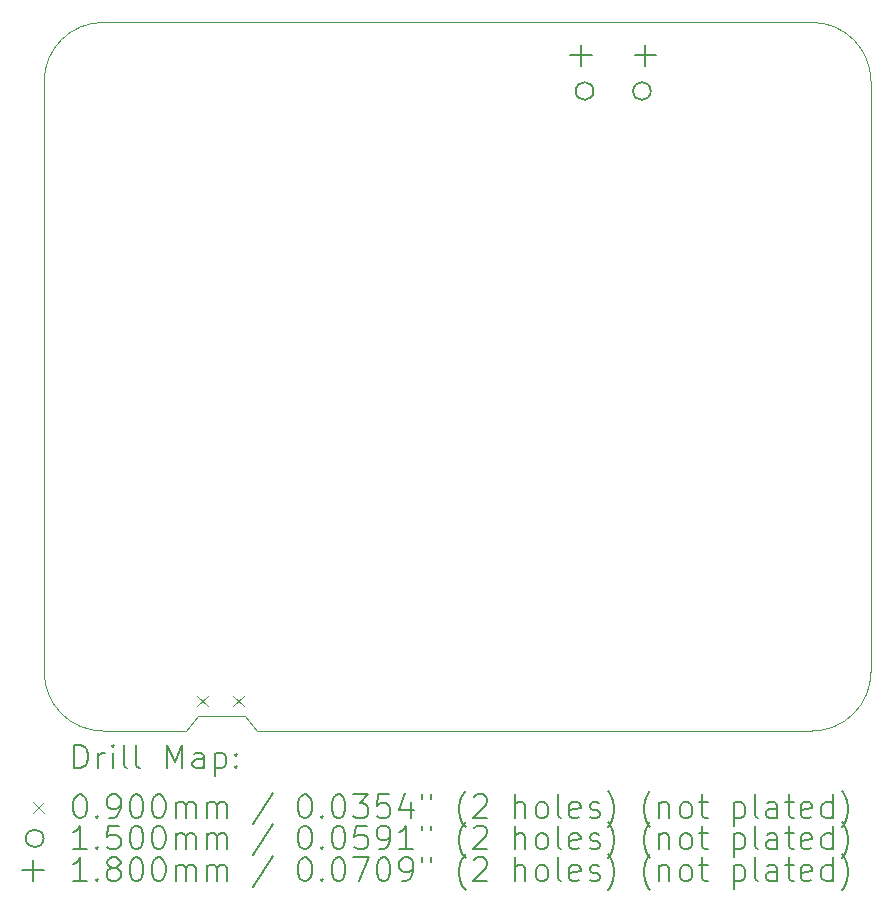
<source format=gbr>
%TF.GenerationSoftware,KiCad,Pcbnew,7.0.7*%
%TF.CreationDate,2023-10-08T00:04:54-07:00*%
%TF.ProjectId,LogicAnalyzer,4c6f6769-6341-46e6-916c-797a65722e6b,rev?*%
%TF.SameCoordinates,Original*%
%TF.FileFunction,Drillmap*%
%TF.FilePolarity,Positive*%
%FSLAX45Y45*%
G04 Gerber Fmt 4.5, Leading zero omitted, Abs format (unit mm)*
G04 Created by KiCad (PCBNEW 7.0.7) date 2023-10-08 00:04:54*
%MOMM*%
%LPD*%
G01*
G04 APERTURE LIST*
%ADD10C,0.100000*%
%ADD11C,0.200000*%
%ADD12C,0.090000*%
%ADD13C,0.150000*%
%ADD14C,0.180000*%
G04 APERTURE END LIST*
D10*
X7700000Y-12075000D02*
X7800000Y-12200000D01*
X7650000Y-12075000D02*
X7700000Y-12075000D01*
X7300000Y-12075000D02*
X7650000Y-12075000D01*
X7200000Y-12200000D02*
X7300000Y-12075000D01*
X6500000Y-12200000D02*
X7200000Y-12200000D01*
X6000000Y-11700000D02*
X6000000Y-6700000D01*
X12500000Y-12200000D02*
X7800000Y-12200000D01*
X13000000Y-6700000D02*
X13000000Y-11700000D01*
X6500000Y-6200000D02*
X12500000Y-6200000D01*
X6000000Y-11700000D02*
G75*
G03*
X6500000Y-12200000I500000J0D01*
G01*
X12500000Y-12200000D02*
G75*
G03*
X13000000Y-11700000I0J500000D01*
G01*
X13000000Y-6700000D02*
G75*
G03*
X12500000Y-6200000I-500000J0D01*
G01*
X6500000Y-6200000D02*
G75*
G03*
X6000000Y-6700000I0J-500000D01*
G01*
D11*
D12*
X7298000Y-11900600D02*
X7388000Y-11990600D01*
X7388000Y-11900600D02*
X7298000Y-11990600D01*
X7598000Y-11900600D02*
X7688000Y-11990600D01*
X7688000Y-11900600D02*
X7598000Y-11990600D01*
D13*
X10651000Y-6781500D02*
G75*
G03*
X10651000Y-6781500I-75000J0D01*
G01*
X11136000Y-6781500D02*
G75*
G03*
X11136000Y-6781500I-75000J0D01*
G01*
D14*
X10546000Y-6388500D02*
X10546000Y-6568500D01*
X10456000Y-6478500D02*
X10636000Y-6478500D01*
X11091000Y-6388500D02*
X11091000Y-6568500D01*
X11001000Y-6478500D02*
X11181000Y-6478500D01*
D11*
X6255777Y-12516484D02*
X6255777Y-12316484D01*
X6255777Y-12316484D02*
X6303396Y-12316484D01*
X6303396Y-12316484D02*
X6331967Y-12326008D01*
X6331967Y-12326008D02*
X6351015Y-12345055D01*
X6351015Y-12345055D02*
X6360539Y-12364103D01*
X6360539Y-12364103D02*
X6370062Y-12402198D01*
X6370062Y-12402198D02*
X6370062Y-12430769D01*
X6370062Y-12430769D02*
X6360539Y-12468865D01*
X6360539Y-12468865D02*
X6351015Y-12487912D01*
X6351015Y-12487912D02*
X6331967Y-12506960D01*
X6331967Y-12506960D02*
X6303396Y-12516484D01*
X6303396Y-12516484D02*
X6255777Y-12516484D01*
X6455777Y-12516484D02*
X6455777Y-12383150D01*
X6455777Y-12421246D02*
X6465301Y-12402198D01*
X6465301Y-12402198D02*
X6474824Y-12392674D01*
X6474824Y-12392674D02*
X6493872Y-12383150D01*
X6493872Y-12383150D02*
X6512920Y-12383150D01*
X6579586Y-12516484D02*
X6579586Y-12383150D01*
X6579586Y-12316484D02*
X6570062Y-12326008D01*
X6570062Y-12326008D02*
X6579586Y-12335531D01*
X6579586Y-12335531D02*
X6589110Y-12326008D01*
X6589110Y-12326008D02*
X6579586Y-12316484D01*
X6579586Y-12316484D02*
X6579586Y-12335531D01*
X6703396Y-12516484D02*
X6684348Y-12506960D01*
X6684348Y-12506960D02*
X6674824Y-12487912D01*
X6674824Y-12487912D02*
X6674824Y-12316484D01*
X6808158Y-12516484D02*
X6789110Y-12506960D01*
X6789110Y-12506960D02*
X6779586Y-12487912D01*
X6779586Y-12487912D02*
X6779586Y-12316484D01*
X7036729Y-12516484D02*
X7036729Y-12316484D01*
X7036729Y-12316484D02*
X7103396Y-12459341D01*
X7103396Y-12459341D02*
X7170062Y-12316484D01*
X7170062Y-12316484D02*
X7170062Y-12516484D01*
X7351015Y-12516484D02*
X7351015Y-12411722D01*
X7351015Y-12411722D02*
X7341491Y-12392674D01*
X7341491Y-12392674D02*
X7322443Y-12383150D01*
X7322443Y-12383150D02*
X7284348Y-12383150D01*
X7284348Y-12383150D02*
X7265301Y-12392674D01*
X7351015Y-12506960D02*
X7331967Y-12516484D01*
X7331967Y-12516484D02*
X7284348Y-12516484D01*
X7284348Y-12516484D02*
X7265301Y-12506960D01*
X7265301Y-12506960D02*
X7255777Y-12487912D01*
X7255777Y-12487912D02*
X7255777Y-12468865D01*
X7255777Y-12468865D02*
X7265301Y-12449817D01*
X7265301Y-12449817D02*
X7284348Y-12440293D01*
X7284348Y-12440293D02*
X7331967Y-12440293D01*
X7331967Y-12440293D02*
X7351015Y-12430769D01*
X7446253Y-12383150D02*
X7446253Y-12583150D01*
X7446253Y-12392674D02*
X7465301Y-12383150D01*
X7465301Y-12383150D02*
X7503396Y-12383150D01*
X7503396Y-12383150D02*
X7522443Y-12392674D01*
X7522443Y-12392674D02*
X7531967Y-12402198D01*
X7531967Y-12402198D02*
X7541491Y-12421246D01*
X7541491Y-12421246D02*
X7541491Y-12478388D01*
X7541491Y-12478388D02*
X7531967Y-12497436D01*
X7531967Y-12497436D02*
X7522443Y-12506960D01*
X7522443Y-12506960D02*
X7503396Y-12516484D01*
X7503396Y-12516484D02*
X7465301Y-12516484D01*
X7465301Y-12516484D02*
X7446253Y-12506960D01*
X7627205Y-12497436D02*
X7636729Y-12506960D01*
X7636729Y-12506960D02*
X7627205Y-12516484D01*
X7627205Y-12516484D02*
X7617682Y-12506960D01*
X7617682Y-12506960D02*
X7627205Y-12497436D01*
X7627205Y-12497436D02*
X7627205Y-12516484D01*
X7627205Y-12392674D02*
X7636729Y-12402198D01*
X7636729Y-12402198D02*
X7627205Y-12411722D01*
X7627205Y-12411722D02*
X7617682Y-12402198D01*
X7617682Y-12402198D02*
X7627205Y-12392674D01*
X7627205Y-12392674D02*
X7627205Y-12411722D01*
D12*
X5905000Y-12800000D02*
X5995000Y-12890000D01*
X5995000Y-12800000D02*
X5905000Y-12890000D01*
D11*
X6293872Y-12736484D02*
X6312920Y-12736484D01*
X6312920Y-12736484D02*
X6331967Y-12746008D01*
X6331967Y-12746008D02*
X6341491Y-12755531D01*
X6341491Y-12755531D02*
X6351015Y-12774579D01*
X6351015Y-12774579D02*
X6360539Y-12812674D01*
X6360539Y-12812674D02*
X6360539Y-12860293D01*
X6360539Y-12860293D02*
X6351015Y-12898388D01*
X6351015Y-12898388D02*
X6341491Y-12917436D01*
X6341491Y-12917436D02*
X6331967Y-12926960D01*
X6331967Y-12926960D02*
X6312920Y-12936484D01*
X6312920Y-12936484D02*
X6293872Y-12936484D01*
X6293872Y-12936484D02*
X6274824Y-12926960D01*
X6274824Y-12926960D02*
X6265301Y-12917436D01*
X6265301Y-12917436D02*
X6255777Y-12898388D01*
X6255777Y-12898388D02*
X6246253Y-12860293D01*
X6246253Y-12860293D02*
X6246253Y-12812674D01*
X6246253Y-12812674D02*
X6255777Y-12774579D01*
X6255777Y-12774579D02*
X6265301Y-12755531D01*
X6265301Y-12755531D02*
X6274824Y-12746008D01*
X6274824Y-12746008D02*
X6293872Y-12736484D01*
X6446253Y-12917436D02*
X6455777Y-12926960D01*
X6455777Y-12926960D02*
X6446253Y-12936484D01*
X6446253Y-12936484D02*
X6436729Y-12926960D01*
X6436729Y-12926960D02*
X6446253Y-12917436D01*
X6446253Y-12917436D02*
X6446253Y-12936484D01*
X6551015Y-12936484D02*
X6589110Y-12936484D01*
X6589110Y-12936484D02*
X6608158Y-12926960D01*
X6608158Y-12926960D02*
X6617682Y-12917436D01*
X6617682Y-12917436D02*
X6636729Y-12888865D01*
X6636729Y-12888865D02*
X6646253Y-12850769D01*
X6646253Y-12850769D02*
X6646253Y-12774579D01*
X6646253Y-12774579D02*
X6636729Y-12755531D01*
X6636729Y-12755531D02*
X6627205Y-12746008D01*
X6627205Y-12746008D02*
X6608158Y-12736484D01*
X6608158Y-12736484D02*
X6570062Y-12736484D01*
X6570062Y-12736484D02*
X6551015Y-12746008D01*
X6551015Y-12746008D02*
X6541491Y-12755531D01*
X6541491Y-12755531D02*
X6531967Y-12774579D01*
X6531967Y-12774579D02*
X6531967Y-12822198D01*
X6531967Y-12822198D02*
X6541491Y-12841246D01*
X6541491Y-12841246D02*
X6551015Y-12850769D01*
X6551015Y-12850769D02*
X6570062Y-12860293D01*
X6570062Y-12860293D02*
X6608158Y-12860293D01*
X6608158Y-12860293D02*
X6627205Y-12850769D01*
X6627205Y-12850769D02*
X6636729Y-12841246D01*
X6636729Y-12841246D02*
X6646253Y-12822198D01*
X6770062Y-12736484D02*
X6789110Y-12736484D01*
X6789110Y-12736484D02*
X6808158Y-12746008D01*
X6808158Y-12746008D02*
X6817682Y-12755531D01*
X6817682Y-12755531D02*
X6827205Y-12774579D01*
X6827205Y-12774579D02*
X6836729Y-12812674D01*
X6836729Y-12812674D02*
X6836729Y-12860293D01*
X6836729Y-12860293D02*
X6827205Y-12898388D01*
X6827205Y-12898388D02*
X6817682Y-12917436D01*
X6817682Y-12917436D02*
X6808158Y-12926960D01*
X6808158Y-12926960D02*
X6789110Y-12936484D01*
X6789110Y-12936484D02*
X6770062Y-12936484D01*
X6770062Y-12936484D02*
X6751015Y-12926960D01*
X6751015Y-12926960D02*
X6741491Y-12917436D01*
X6741491Y-12917436D02*
X6731967Y-12898388D01*
X6731967Y-12898388D02*
X6722443Y-12860293D01*
X6722443Y-12860293D02*
X6722443Y-12812674D01*
X6722443Y-12812674D02*
X6731967Y-12774579D01*
X6731967Y-12774579D02*
X6741491Y-12755531D01*
X6741491Y-12755531D02*
X6751015Y-12746008D01*
X6751015Y-12746008D02*
X6770062Y-12736484D01*
X6960539Y-12736484D02*
X6979586Y-12736484D01*
X6979586Y-12736484D02*
X6998634Y-12746008D01*
X6998634Y-12746008D02*
X7008158Y-12755531D01*
X7008158Y-12755531D02*
X7017682Y-12774579D01*
X7017682Y-12774579D02*
X7027205Y-12812674D01*
X7027205Y-12812674D02*
X7027205Y-12860293D01*
X7027205Y-12860293D02*
X7017682Y-12898388D01*
X7017682Y-12898388D02*
X7008158Y-12917436D01*
X7008158Y-12917436D02*
X6998634Y-12926960D01*
X6998634Y-12926960D02*
X6979586Y-12936484D01*
X6979586Y-12936484D02*
X6960539Y-12936484D01*
X6960539Y-12936484D02*
X6941491Y-12926960D01*
X6941491Y-12926960D02*
X6931967Y-12917436D01*
X6931967Y-12917436D02*
X6922443Y-12898388D01*
X6922443Y-12898388D02*
X6912920Y-12860293D01*
X6912920Y-12860293D02*
X6912920Y-12812674D01*
X6912920Y-12812674D02*
X6922443Y-12774579D01*
X6922443Y-12774579D02*
X6931967Y-12755531D01*
X6931967Y-12755531D02*
X6941491Y-12746008D01*
X6941491Y-12746008D02*
X6960539Y-12736484D01*
X7112920Y-12936484D02*
X7112920Y-12803150D01*
X7112920Y-12822198D02*
X7122443Y-12812674D01*
X7122443Y-12812674D02*
X7141491Y-12803150D01*
X7141491Y-12803150D02*
X7170063Y-12803150D01*
X7170063Y-12803150D02*
X7189110Y-12812674D01*
X7189110Y-12812674D02*
X7198634Y-12831722D01*
X7198634Y-12831722D02*
X7198634Y-12936484D01*
X7198634Y-12831722D02*
X7208158Y-12812674D01*
X7208158Y-12812674D02*
X7227205Y-12803150D01*
X7227205Y-12803150D02*
X7255777Y-12803150D01*
X7255777Y-12803150D02*
X7274824Y-12812674D01*
X7274824Y-12812674D02*
X7284348Y-12831722D01*
X7284348Y-12831722D02*
X7284348Y-12936484D01*
X7379586Y-12936484D02*
X7379586Y-12803150D01*
X7379586Y-12822198D02*
X7389110Y-12812674D01*
X7389110Y-12812674D02*
X7408158Y-12803150D01*
X7408158Y-12803150D02*
X7436729Y-12803150D01*
X7436729Y-12803150D02*
X7455777Y-12812674D01*
X7455777Y-12812674D02*
X7465301Y-12831722D01*
X7465301Y-12831722D02*
X7465301Y-12936484D01*
X7465301Y-12831722D02*
X7474824Y-12812674D01*
X7474824Y-12812674D02*
X7493872Y-12803150D01*
X7493872Y-12803150D02*
X7522443Y-12803150D01*
X7522443Y-12803150D02*
X7541491Y-12812674D01*
X7541491Y-12812674D02*
X7551015Y-12831722D01*
X7551015Y-12831722D02*
X7551015Y-12936484D01*
X7941491Y-12726960D02*
X7770063Y-12984103D01*
X8198634Y-12736484D02*
X8217682Y-12736484D01*
X8217682Y-12736484D02*
X8236729Y-12746008D01*
X8236729Y-12746008D02*
X8246253Y-12755531D01*
X8246253Y-12755531D02*
X8255777Y-12774579D01*
X8255777Y-12774579D02*
X8265301Y-12812674D01*
X8265301Y-12812674D02*
X8265301Y-12860293D01*
X8265301Y-12860293D02*
X8255777Y-12898388D01*
X8255777Y-12898388D02*
X8246253Y-12917436D01*
X8246253Y-12917436D02*
X8236729Y-12926960D01*
X8236729Y-12926960D02*
X8217682Y-12936484D01*
X8217682Y-12936484D02*
X8198634Y-12936484D01*
X8198634Y-12936484D02*
X8179586Y-12926960D01*
X8179586Y-12926960D02*
X8170063Y-12917436D01*
X8170063Y-12917436D02*
X8160539Y-12898388D01*
X8160539Y-12898388D02*
X8151015Y-12860293D01*
X8151015Y-12860293D02*
X8151015Y-12812674D01*
X8151015Y-12812674D02*
X8160539Y-12774579D01*
X8160539Y-12774579D02*
X8170063Y-12755531D01*
X8170063Y-12755531D02*
X8179586Y-12746008D01*
X8179586Y-12746008D02*
X8198634Y-12736484D01*
X8351015Y-12917436D02*
X8360539Y-12926960D01*
X8360539Y-12926960D02*
X8351015Y-12936484D01*
X8351015Y-12936484D02*
X8341491Y-12926960D01*
X8341491Y-12926960D02*
X8351015Y-12917436D01*
X8351015Y-12917436D02*
X8351015Y-12936484D01*
X8484348Y-12736484D02*
X8503396Y-12736484D01*
X8503396Y-12736484D02*
X8522444Y-12746008D01*
X8522444Y-12746008D02*
X8531968Y-12755531D01*
X8531968Y-12755531D02*
X8541491Y-12774579D01*
X8541491Y-12774579D02*
X8551015Y-12812674D01*
X8551015Y-12812674D02*
X8551015Y-12860293D01*
X8551015Y-12860293D02*
X8541491Y-12898388D01*
X8541491Y-12898388D02*
X8531968Y-12917436D01*
X8531968Y-12917436D02*
X8522444Y-12926960D01*
X8522444Y-12926960D02*
X8503396Y-12936484D01*
X8503396Y-12936484D02*
X8484348Y-12936484D01*
X8484348Y-12936484D02*
X8465301Y-12926960D01*
X8465301Y-12926960D02*
X8455777Y-12917436D01*
X8455777Y-12917436D02*
X8446253Y-12898388D01*
X8446253Y-12898388D02*
X8436729Y-12860293D01*
X8436729Y-12860293D02*
X8436729Y-12812674D01*
X8436729Y-12812674D02*
X8446253Y-12774579D01*
X8446253Y-12774579D02*
X8455777Y-12755531D01*
X8455777Y-12755531D02*
X8465301Y-12746008D01*
X8465301Y-12746008D02*
X8484348Y-12736484D01*
X8617682Y-12736484D02*
X8741491Y-12736484D01*
X8741491Y-12736484D02*
X8674825Y-12812674D01*
X8674825Y-12812674D02*
X8703396Y-12812674D01*
X8703396Y-12812674D02*
X8722444Y-12822198D01*
X8722444Y-12822198D02*
X8731968Y-12831722D01*
X8731968Y-12831722D02*
X8741491Y-12850769D01*
X8741491Y-12850769D02*
X8741491Y-12898388D01*
X8741491Y-12898388D02*
X8731968Y-12917436D01*
X8731968Y-12917436D02*
X8722444Y-12926960D01*
X8722444Y-12926960D02*
X8703396Y-12936484D01*
X8703396Y-12936484D02*
X8646253Y-12936484D01*
X8646253Y-12936484D02*
X8627206Y-12926960D01*
X8627206Y-12926960D02*
X8617682Y-12917436D01*
X8922444Y-12736484D02*
X8827206Y-12736484D01*
X8827206Y-12736484D02*
X8817682Y-12831722D01*
X8817682Y-12831722D02*
X8827206Y-12822198D01*
X8827206Y-12822198D02*
X8846253Y-12812674D01*
X8846253Y-12812674D02*
X8893872Y-12812674D01*
X8893872Y-12812674D02*
X8912920Y-12822198D01*
X8912920Y-12822198D02*
X8922444Y-12831722D01*
X8922444Y-12831722D02*
X8931968Y-12850769D01*
X8931968Y-12850769D02*
X8931968Y-12898388D01*
X8931968Y-12898388D02*
X8922444Y-12917436D01*
X8922444Y-12917436D02*
X8912920Y-12926960D01*
X8912920Y-12926960D02*
X8893872Y-12936484D01*
X8893872Y-12936484D02*
X8846253Y-12936484D01*
X8846253Y-12936484D02*
X8827206Y-12926960D01*
X8827206Y-12926960D02*
X8817682Y-12917436D01*
X9103396Y-12803150D02*
X9103396Y-12936484D01*
X9055777Y-12726960D02*
X9008158Y-12869817D01*
X9008158Y-12869817D02*
X9131968Y-12869817D01*
X9198634Y-12736484D02*
X9198634Y-12774579D01*
X9274825Y-12736484D02*
X9274825Y-12774579D01*
X9570063Y-13012674D02*
X9560539Y-13003150D01*
X9560539Y-13003150D02*
X9541491Y-12974579D01*
X9541491Y-12974579D02*
X9531968Y-12955531D01*
X9531968Y-12955531D02*
X9522444Y-12926960D01*
X9522444Y-12926960D02*
X9512920Y-12879341D01*
X9512920Y-12879341D02*
X9512920Y-12841246D01*
X9512920Y-12841246D02*
X9522444Y-12793627D01*
X9522444Y-12793627D02*
X9531968Y-12765055D01*
X9531968Y-12765055D02*
X9541491Y-12746008D01*
X9541491Y-12746008D02*
X9560539Y-12717436D01*
X9560539Y-12717436D02*
X9570063Y-12707912D01*
X9636730Y-12755531D02*
X9646253Y-12746008D01*
X9646253Y-12746008D02*
X9665301Y-12736484D01*
X9665301Y-12736484D02*
X9712920Y-12736484D01*
X9712920Y-12736484D02*
X9731968Y-12746008D01*
X9731968Y-12746008D02*
X9741491Y-12755531D01*
X9741491Y-12755531D02*
X9751015Y-12774579D01*
X9751015Y-12774579D02*
X9751015Y-12793627D01*
X9751015Y-12793627D02*
X9741491Y-12822198D01*
X9741491Y-12822198D02*
X9627206Y-12936484D01*
X9627206Y-12936484D02*
X9751015Y-12936484D01*
X9989111Y-12936484D02*
X9989111Y-12736484D01*
X10074825Y-12936484D02*
X10074825Y-12831722D01*
X10074825Y-12831722D02*
X10065301Y-12812674D01*
X10065301Y-12812674D02*
X10046253Y-12803150D01*
X10046253Y-12803150D02*
X10017682Y-12803150D01*
X10017682Y-12803150D02*
X9998634Y-12812674D01*
X9998634Y-12812674D02*
X9989111Y-12822198D01*
X10198634Y-12936484D02*
X10179587Y-12926960D01*
X10179587Y-12926960D02*
X10170063Y-12917436D01*
X10170063Y-12917436D02*
X10160539Y-12898388D01*
X10160539Y-12898388D02*
X10160539Y-12841246D01*
X10160539Y-12841246D02*
X10170063Y-12822198D01*
X10170063Y-12822198D02*
X10179587Y-12812674D01*
X10179587Y-12812674D02*
X10198634Y-12803150D01*
X10198634Y-12803150D02*
X10227206Y-12803150D01*
X10227206Y-12803150D02*
X10246253Y-12812674D01*
X10246253Y-12812674D02*
X10255777Y-12822198D01*
X10255777Y-12822198D02*
X10265301Y-12841246D01*
X10265301Y-12841246D02*
X10265301Y-12898388D01*
X10265301Y-12898388D02*
X10255777Y-12917436D01*
X10255777Y-12917436D02*
X10246253Y-12926960D01*
X10246253Y-12926960D02*
X10227206Y-12936484D01*
X10227206Y-12936484D02*
X10198634Y-12936484D01*
X10379587Y-12936484D02*
X10360539Y-12926960D01*
X10360539Y-12926960D02*
X10351015Y-12907912D01*
X10351015Y-12907912D02*
X10351015Y-12736484D01*
X10531968Y-12926960D02*
X10512920Y-12936484D01*
X10512920Y-12936484D02*
X10474825Y-12936484D01*
X10474825Y-12936484D02*
X10455777Y-12926960D01*
X10455777Y-12926960D02*
X10446253Y-12907912D01*
X10446253Y-12907912D02*
X10446253Y-12831722D01*
X10446253Y-12831722D02*
X10455777Y-12812674D01*
X10455777Y-12812674D02*
X10474825Y-12803150D01*
X10474825Y-12803150D02*
X10512920Y-12803150D01*
X10512920Y-12803150D02*
X10531968Y-12812674D01*
X10531968Y-12812674D02*
X10541492Y-12831722D01*
X10541492Y-12831722D02*
X10541492Y-12850769D01*
X10541492Y-12850769D02*
X10446253Y-12869817D01*
X10617682Y-12926960D02*
X10636730Y-12936484D01*
X10636730Y-12936484D02*
X10674825Y-12936484D01*
X10674825Y-12936484D02*
X10693873Y-12926960D01*
X10693873Y-12926960D02*
X10703396Y-12907912D01*
X10703396Y-12907912D02*
X10703396Y-12898388D01*
X10703396Y-12898388D02*
X10693873Y-12879341D01*
X10693873Y-12879341D02*
X10674825Y-12869817D01*
X10674825Y-12869817D02*
X10646253Y-12869817D01*
X10646253Y-12869817D02*
X10627206Y-12860293D01*
X10627206Y-12860293D02*
X10617682Y-12841246D01*
X10617682Y-12841246D02*
X10617682Y-12831722D01*
X10617682Y-12831722D02*
X10627206Y-12812674D01*
X10627206Y-12812674D02*
X10646253Y-12803150D01*
X10646253Y-12803150D02*
X10674825Y-12803150D01*
X10674825Y-12803150D02*
X10693873Y-12812674D01*
X10770063Y-13012674D02*
X10779587Y-13003150D01*
X10779587Y-13003150D02*
X10798634Y-12974579D01*
X10798634Y-12974579D02*
X10808158Y-12955531D01*
X10808158Y-12955531D02*
X10817682Y-12926960D01*
X10817682Y-12926960D02*
X10827206Y-12879341D01*
X10827206Y-12879341D02*
X10827206Y-12841246D01*
X10827206Y-12841246D02*
X10817682Y-12793627D01*
X10817682Y-12793627D02*
X10808158Y-12765055D01*
X10808158Y-12765055D02*
X10798634Y-12746008D01*
X10798634Y-12746008D02*
X10779587Y-12717436D01*
X10779587Y-12717436D02*
X10770063Y-12707912D01*
X11131968Y-13012674D02*
X11122444Y-13003150D01*
X11122444Y-13003150D02*
X11103396Y-12974579D01*
X11103396Y-12974579D02*
X11093873Y-12955531D01*
X11093873Y-12955531D02*
X11084349Y-12926960D01*
X11084349Y-12926960D02*
X11074825Y-12879341D01*
X11074825Y-12879341D02*
X11074825Y-12841246D01*
X11074825Y-12841246D02*
X11084349Y-12793627D01*
X11084349Y-12793627D02*
X11093873Y-12765055D01*
X11093873Y-12765055D02*
X11103396Y-12746008D01*
X11103396Y-12746008D02*
X11122444Y-12717436D01*
X11122444Y-12717436D02*
X11131968Y-12707912D01*
X11208158Y-12803150D02*
X11208158Y-12936484D01*
X11208158Y-12822198D02*
X11217682Y-12812674D01*
X11217682Y-12812674D02*
X11236730Y-12803150D01*
X11236730Y-12803150D02*
X11265301Y-12803150D01*
X11265301Y-12803150D02*
X11284349Y-12812674D01*
X11284349Y-12812674D02*
X11293872Y-12831722D01*
X11293872Y-12831722D02*
X11293872Y-12936484D01*
X11417682Y-12936484D02*
X11398634Y-12926960D01*
X11398634Y-12926960D02*
X11389111Y-12917436D01*
X11389111Y-12917436D02*
X11379587Y-12898388D01*
X11379587Y-12898388D02*
X11379587Y-12841246D01*
X11379587Y-12841246D02*
X11389111Y-12822198D01*
X11389111Y-12822198D02*
X11398634Y-12812674D01*
X11398634Y-12812674D02*
X11417682Y-12803150D01*
X11417682Y-12803150D02*
X11446253Y-12803150D01*
X11446253Y-12803150D02*
X11465301Y-12812674D01*
X11465301Y-12812674D02*
X11474825Y-12822198D01*
X11474825Y-12822198D02*
X11484349Y-12841246D01*
X11484349Y-12841246D02*
X11484349Y-12898388D01*
X11484349Y-12898388D02*
X11474825Y-12917436D01*
X11474825Y-12917436D02*
X11465301Y-12926960D01*
X11465301Y-12926960D02*
X11446253Y-12936484D01*
X11446253Y-12936484D02*
X11417682Y-12936484D01*
X11541492Y-12803150D02*
X11617682Y-12803150D01*
X11570063Y-12736484D02*
X11570063Y-12907912D01*
X11570063Y-12907912D02*
X11579587Y-12926960D01*
X11579587Y-12926960D02*
X11598634Y-12936484D01*
X11598634Y-12936484D02*
X11617682Y-12936484D01*
X11836730Y-12803150D02*
X11836730Y-13003150D01*
X11836730Y-12812674D02*
X11855777Y-12803150D01*
X11855777Y-12803150D02*
X11893873Y-12803150D01*
X11893873Y-12803150D02*
X11912920Y-12812674D01*
X11912920Y-12812674D02*
X11922444Y-12822198D01*
X11922444Y-12822198D02*
X11931968Y-12841246D01*
X11931968Y-12841246D02*
X11931968Y-12898388D01*
X11931968Y-12898388D02*
X11922444Y-12917436D01*
X11922444Y-12917436D02*
X11912920Y-12926960D01*
X11912920Y-12926960D02*
X11893873Y-12936484D01*
X11893873Y-12936484D02*
X11855777Y-12936484D01*
X11855777Y-12936484D02*
X11836730Y-12926960D01*
X12046253Y-12936484D02*
X12027206Y-12926960D01*
X12027206Y-12926960D02*
X12017682Y-12907912D01*
X12017682Y-12907912D02*
X12017682Y-12736484D01*
X12208158Y-12936484D02*
X12208158Y-12831722D01*
X12208158Y-12831722D02*
X12198634Y-12812674D01*
X12198634Y-12812674D02*
X12179587Y-12803150D01*
X12179587Y-12803150D02*
X12141492Y-12803150D01*
X12141492Y-12803150D02*
X12122444Y-12812674D01*
X12208158Y-12926960D02*
X12189111Y-12936484D01*
X12189111Y-12936484D02*
X12141492Y-12936484D01*
X12141492Y-12936484D02*
X12122444Y-12926960D01*
X12122444Y-12926960D02*
X12112920Y-12907912D01*
X12112920Y-12907912D02*
X12112920Y-12888865D01*
X12112920Y-12888865D02*
X12122444Y-12869817D01*
X12122444Y-12869817D02*
X12141492Y-12860293D01*
X12141492Y-12860293D02*
X12189111Y-12860293D01*
X12189111Y-12860293D02*
X12208158Y-12850769D01*
X12274825Y-12803150D02*
X12351015Y-12803150D01*
X12303396Y-12736484D02*
X12303396Y-12907912D01*
X12303396Y-12907912D02*
X12312920Y-12926960D01*
X12312920Y-12926960D02*
X12331968Y-12936484D01*
X12331968Y-12936484D02*
X12351015Y-12936484D01*
X12493873Y-12926960D02*
X12474825Y-12936484D01*
X12474825Y-12936484D02*
X12436730Y-12936484D01*
X12436730Y-12936484D02*
X12417682Y-12926960D01*
X12417682Y-12926960D02*
X12408158Y-12907912D01*
X12408158Y-12907912D02*
X12408158Y-12831722D01*
X12408158Y-12831722D02*
X12417682Y-12812674D01*
X12417682Y-12812674D02*
X12436730Y-12803150D01*
X12436730Y-12803150D02*
X12474825Y-12803150D01*
X12474825Y-12803150D02*
X12493873Y-12812674D01*
X12493873Y-12812674D02*
X12503396Y-12831722D01*
X12503396Y-12831722D02*
X12503396Y-12850769D01*
X12503396Y-12850769D02*
X12408158Y-12869817D01*
X12674825Y-12936484D02*
X12674825Y-12736484D01*
X12674825Y-12926960D02*
X12655777Y-12936484D01*
X12655777Y-12936484D02*
X12617682Y-12936484D01*
X12617682Y-12936484D02*
X12598634Y-12926960D01*
X12598634Y-12926960D02*
X12589111Y-12917436D01*
X12589111Y-12917436D02*
X12579587Y-12898388D01*
X12579587Y-12898388D02*
X12579587Y-12841246D01*
X12579587Y-12841246D02*
X12589111Y-12822198D01*
X12589111Y-12822198D02*
X12598634Y-12812674D01*
X12598634Y-12812674D02*
X12617682Y-12803150D01*
X12617682Y-12803150D02*
X12655777Y-12803150D01*
X12655777Y-12803150D02*
X12674825Y-12812674D01*
X12751015Y-13012674D02*
X12760539Y-13003150D01*
X12760539Y-13003150D02*
X12779587Y-12974579D01*
X12779587Y-12974579D02*
X12789111Y-12955531D01*
X12789111Y-12955531D02*
X12798634Y-12926960D01*
X12798634Y-12926960D02*
X12808158Y-12879341D01*
X12808158Y-12879341D02*
X12808158Y-12841246D01*
X12808158Y-12841246D02*
X12798634Y-12793627D01*
X12798634Y-12793627D02*
X12789111Y-12765055D01*
X12789111Y-12765055D02*
X12779587Y-12746008D01*
X12779587Y-12746008D02*
X12760539Y-12717436D01*
X12760539Y-12717436D02*
X12751015Y-12707912D01*
D13*
X5995000Y-13109000D02*
G75*
G03*
X5995000Y-13109000I-75000J0D01*
G01*
D11*
X6360539Y-13200484D02*
X6246253Y-13200484D01*
X6303396Y-13200484D02*
X6303396Y-13000484D01*
X6303396Y-13000484D02*
X6284348Y-13029055D01*
X6284348Y-13029055D02*
X6265301Y-13048103D01*
X6265301Y-13048103D02*
X6246253Y-13057627D01*
X6446253Y-13181436D02*
X6455777Y-13190960D01*
X6455777Y-13190960D02*
X6446253Y-13200484D01*
X6446253Y-13200484D02*
X6436729Y-13190960D01*
X6436729Y-13190960D02*
X6446253Y-13181436D01*
X6446253Y-13181436D02*
X6446253Y-13200484D01*
X6636729Y-13000484D02*
X6541491Y-13000484D01*
X6541491Y-13000484D02*
X6531967Y-13095722D01*
X6531967Y-13095722D02*
X6541491Y-13086198D01*
X6541491Y-13086198D02*
X6560539Y-13076674D01*
X6560539Y-13076674D02*
X6608158Y-13076674D01*
X6608158Y-13076674D02*
X6627205Y-13086198D01*
X6627205Y-13086198D02*
X6636729Y-13095722D01*
X6636729Y-13095722D02*
X6646253Y-13114769D01*
X6646253Y-13114769D02*
X6646253Y-13162388D01*
X6646253Y-13162388D02*
X6636729Y-13181436D01*
X6636729Y-13181436D02*
X6627205Y-13190960D01*
X6627205Y-13190960D02*
X6608158Y-13200484D01*
X6608158Y-13200484D02*
X6560539Y-13200484D01*
X6560539Y-13200484D02*
X6541491Y-13190960D01*
X6541491Y-13190960D02*
X6531967Y-13181436D01*
X6770062Y-13000484D02*
X6789110Y-13000484D01*
X6789110Y-13000484D02*
X6808158Y-13010008D01*
X6808158Y-13010008D02*
X6817682Y-13019531D01*
X6817682Y-13019531D02*
X6827205Y-13038579D01*
X6827205Y-13038579D02*
X6836729Y-13076674D01*
X6836729Y-13076674D02*
X6836729Y-13124293D01*
X6836729Y-13124293D02*
X6827205Y-13162388D01*
X6827205Y-13162388D02*
X6817682Y-13181436D01*
X6817682Y-13181436D02*
X6808158Y-13190960D01*
X6808158Y-13190960D02*
X6789110Y-13200484D01*
X6789110Y-13200484D02*
X6770062Y-13200484D01*
X6770062Y-13200484D02*
X6751015Y-13190960D01*
X6751015Y-13190960D02*
X6741491Y-13181436D01*
X6741491Y-13181436D02*
X6731967Y-13162388D01*
X6731967Y-13162388D02*
X6722443Y-13124293D01*
X6722443Y-13124293D02*
X6722443Y-13076674D01*
X6722443Y-13076674D02*
X6731967Y-13038579D01*
X6731967Y-13038579D02*
X6741491Y-13019531D01*
X6741491Y-13019531D02*
X6751015Y-13010008D01*
X6751015Y-13010008D02*
X6770062Y-13000484D01*
X6960539Y-13000484D02*
X6979586Y-13000484D01*
X6979586Y-13000484D02*
X6998634Y-13010008D01*
X6998634Y-13010008D02*
X7008158Y-13019531D01*
X7008158Y-13019531D02*
X7017682Y-13038579D01*
X7017682Y-13038579D02*
X7027205Y-13076674D01*
X7027205Y-13076674D02*
X7027205Y-13124293D01*
X7027205Y-13124293D02*
X7017682Y-13162388D01*
X7017682Y-13162388D02*
X7008158Y-13181436D01*
X7008158Y-13181436D02*
X6998634Y-13190960D01*
X6998634Y-13190960D02*
X6979586Y-13200484D01*
X6979586Y-13200484D02*
X6960539Y-13200484D01*
X6960539Y-13200484D02*
X6941491Y-13190960D01*
X6941491Y-13190960D02*
X6931967Y-13181436D01*
X6931967Y-13181436D02*
X6922443Y-13162388D01*
X6922443Y-13162388D02*
X6912920Y-13124293D01*
X6912920Y-13124293D02*
X6912920Y-13076674D01*
X6912920Y-13076674D02*
X6922443Y-13038579D01*
X6922443Y-13038579D02*
X6931967Y-13019531D01*
X6931967Y-13019531D02*
X6941491Y-13010008D01*
X6941491Y-13010008D02*
X6960539Y-13000484D01*
X7112920Y-13200484D02*
X7112920Y-13067150D01*
X7112920Y-13086198D02*
X7122443Y-13076674D01*
X7122443Y-13076674D02*
X7141491Y-13067150D01*
X7141491Y-13067150D02*
X7170063Y-13067150D01*
X7170063Y-13067150D02*
X7189110Y-13076674D01*
X7189110Y-13076674D02*
X7198634Y-13095722D01*
X7198634Y-13095722D02*
X7198634Y-13200484D01*
X7198634Y-13095722D02*
X7208158Y-13076674D01*
X7208158Y-13076674D02*
X7227205Y-13067150D01*
X7227205Y-13067150D02*
X7255777Y-13067150D01*
X7255777Y-13067150D02*
X7274824Y-13076674D01*
X7274824Y-13076674D02*
X7284348Y-13095722D01*
X7284348Y-13095722D02*
X7284348Y-13200484D01*
X7379586Y-13200484D02*
X7379586Y-13067150D01*
X7379586Y-13086198D02*
X7389110Y-13076674D01*
X7389110Y-13076674D02*
X7408158Y-13067150D01*
X7408158Y-13067150D02*
X7436729Y-13067150D01*
X7436729Y-13067150D02*
X7455777Y-13076674D01*
X7455777Y-13076674D02*
X7465301Y-13095722D01*
X7465301Y-13095722D02*
X7465301Y-13200484D01*
X7465301Y-13095722D02*
X7474824Y-13076674D01*
X7474824Y-13076674D02*
X7493872Y-13067150D01*
X7493872Y-13067150D02*
X7522443Y-13067150D01*
X7522443Y-13067150D02*
X7541491Y-13076674D01*
X7541491Y-13076674D02*
X7551015Y-13095722D01*
X7551015Y-13095722D02*
X7551015Y-13200484D01*
X7941491Y-12990960D02*
X7770063Y-13248103D01*
X8198634Y-13000484D02*
X8217682Y-13000484D01*
X8217682Y-13000484D02*
X8236729Y-13010008D01*
X8236729Y-13010008D02*
X8246253Y-13019531D01*
X8246253Y-13019531D02*
X8255777Y-13038579D01*
X8255777Y-13038579D02*
X8265301Y-13076674D01*
X8265301Y-13076674D02*
X8265301Y-13124293D01*
X8265301Y-13124293D02*
X8255777Y-13162388D01*
X8255777Y-13162388D02*
X8246253Y-13181436D01*
X8246253Y-13181436D02*
X8236729Y-13190960D01*
X8236729Y-13190960D02*
X8217682Y-13200484D01*
X8217682Y-13200484D02*
X8198634Y-13200484D01*
X8198634Y-13200484D02*
X8179586Y-13190960D01*
X8179586Y-13190960D02*
X8170063Y-13181436D01*
X8170063Y-13181436D02*
X8160539Y-13162388D01*
X8160539Y-13162388D02*
X8151015Y-13124293D01*
X8151015Y-13124293D02*
X8151015Y-13076674D01*
X8151015Y-13076674D02*
X8160539Y-13038579D01*
X8160539Y-13038579D02*
X8170063Y-13019531D01*
X8170063Y-13019531D02*
X8179586Y-13010008D01*
X8179586Y-13010008D02*
X8198634Y-13000484D01*
X8351015Y-13181436D02*
X8360539Y-13190960D01*
X8360539Y-13190960D02*
X8351015Y-13200484D01*
X8351015Y-13200484D02*
X8341491Y-13190960D01*
X8341491Y-13190960D02*
X8351015Y-13181436D01*
X8351015Y-13181436D02*
X8351015Y-13200484D01*
X8484348Y-13000484D02*
X8503396Y-13000484D01*
X8503396Y-13000484D02*
X8522444Y-13010008D01*
X8522444Y-13010008D02*
X8531968Y-13019531D01*
X8531968Y-13019531D02*
X8541491Y-13038579D01*
X8541491Y-13038579D02*
X8551015Y-13076674D01*
X8551015Y-13076674D02*
X8551015Y-13124293D01*
X8551015Y-13124293D02*
X8541491Y-13162388D01*
X8541491Y-13162388D02*
X8531968Y-13181436D01*
X8531968Y-13181436D02*
X8522444Y-13190960D01*
X8522444Y-13190960D02*
X8503396Y-13200484D01*
X8503396Y-13200484D02*
X8484348Y-13200484D01*
X8484348Y-13200484D02*
X8465301Y-13190960D01*
X8465301Y-13190960D02*
X8455777Y-13181436D01*
X8455777Y-13181436D02*
X8446253Y-13162388D01*
X8446253Y-13162388D02*
X8436729Y-13124293D01*
X8436729Y-13124293D02*
X8436729Y-13076674D01*
X8436729Y-13076674D02*
X8446253Y-13038579D01*
X8446253Y-13038579D02*
X8455777Y-13019531D01*
X8455777Y-13019531D02*
X8465301Y-13010008D01*
X8465301Y-13010008D02*
X8484348Y-13000484D01*
X8731968Y-13000484D02*
X8636729Y-13000484D01*
X8636729Y-13000484D02*
X8627206Y-13095722D01*
X8627206Y-13095722D02*
X8636729Y-13086198D01*
X8636729Y-13086198D02*
X8655777Y-13076674D01*
X8655777Y-13076674D02*
X8703396Y-13076674D01*
X8703396Y-13076674D02*
X8722444Y-13086198D01*
X8722444Y-13086198D02*
X8731968Y-13095722D01*
X8731968Y-13095722D02*
X8741491Y-13114769D01*
X8741491Y-13114769D02*
X8741491Y-13162388D01*
X8741491Y-13162388D02*
X8731968Y-13181436D01*
X8731968Y-13181436D02*
X8722444Y-13190960D01*
X8722444Y-13190960D02*
X8703396Y-13200484D01*
X8703396Y-13200484D02*
X8655777Y-13200484D01*
X8655777Y-13200484D02*
X8636729Y-13190960D01*
X8636729Y-13190960D02*
X8627206Y-13181436D01*
X8836729Y-13200484D02*
X8874825Y-13200484D01*
X8874825Y-13200484D02*
X8893872Y-13190960D01*
X8893872Y-13190960D02*
X8903396Y-13181436D01*
X8903396Y-13181436D02*
X8922444Y-13152865D01*
X8922444Y-13152865D02*
X8931968Y-13114769D01*
X8931968Y-13114769D02*
X8931968Y-13038579D01*
X8931968Y-13038579D02*
X8922444Y-13019531D01*
X8922444Y-13019531D02*
X8912920Y-13010008D01*
X8912920Y-13010008D02*
X8893872Y-13000484D01*
X8893872Y-13000484D02*
X8855777Y-13000484D01*
X8855777Y-13000484D02*
X8836729Y-13010008D01*
X8836729Y-13010008D02*
X8827206Y-13019531D01*
X8827206Y-13019531D02*
X8817682Y-13038579D01*
X8817682Y-13038579D02*
X8817682Y-13086198D01*
X8817682Y-13086198D02*
X8827206Y-13105246D01*
X8827206Y-13105246D02*
X8836729Y-13114769D01*
X8836729Y-13114769D02*
X8855777Y-13124293D01*
X8855777Y-13124293D02*
X8893872Y-13124293D01*
X8893872Y-13124293D02*
X8912920Y-13114769D01*
X8912920Y-13114769D02*
X8922444Y-13105246D01*
X8922444Y-13105246D02*
X8931968Y-13086198D01*
X9122444Y-13200484D02*
X9008158Y-13200484D01*
X9065301Y-13200484D02*
X9065301Y-13000484D01*
X9065301Y-13000484D02*
X9046253Y-13029055D01*
X9046253Y-13029055D02*
X9027206Y-13048103D01*
X9027206Y-13048103D02*
X9008158Y-13057627D01*
X9198634Y-13000484D02*
X9198634Y-13038579D01*
X9274825Y-13000484D02*
X9274825Y-13038579D01*
X9570063Y-13276674D02*
X9560539Y-13267150D01*
X9560539Y-13267150D02*
X9541491Y-13238579D01*
X9541491Y-13238579D02*
X9531968Y-13219531D01*
X9531968Y-13219531D02*
X9522444Y-13190960D01*
X9522444Y-13190960D02*
X9512920Y-13143341D01*
X9512920Y-13143341D02*
X9512920Y-13105246D01*
X9512920Y-13105246D02*
X9522444Y-13057627D01*
X9522444Y-13057627D02*
X9531968Y-13029055D01*
X9531968Y-13029055D02*
X9541491Y-13010008D01*
X9541491Y-13010008D02*
X9560539Y-12981436D01*
X9560539Y-12981436D02*
X9570063Y-12971912D01*
X9636730Y-13019531D02*
X9646253Y-13010008D01*
X9646253Y-13010008D02*
X9665301Y-13000484D01*
X9665301Y-13000484D02*
X9712920Y-13000484D01*
X9712920Y-13000484D02*
X9731968Y-13010008D01*
X9731968Y-13010008D02*
X9741491Y-13019531D01*
X9741491Y-13019531D02*
X9751015Y-13038579D01*
X9751015Y-13038579D02*
X9751015Y-13057627D01*
X9751015Y-13057627D02*
X9741491Y-13086198D01*
X9741491Y-13086198D02*
X9627206Y-13200484D01*
X9627206Y-13200484D02*
X9751015Y-13200484D01*
X9989111Y-13200484D02*
X9989111Y-13000484D01*
X10074825Y-13200484D02*
X10074825Y-13095722D01*
X10074825Y-13095722D02*
X10065301Y-13076674D01*
X10065301Y-13076674D02*
X10046253Y-13067150D01*
X10046253Y-13067150D02*
X10017682Y-13067150D01*
X10017682Y-13067150D02*
X9998634Y-13076674D01*
X9998634Y-13076674D02*
X9989111Y-13086198D01*
X10198634Y-13200484D02*
X10179587Y-13190960D01*
X10179587Y-13190960D02*
X10170063Y-13181436D01*
X10170063Y-13181436D02*
X10160539Y-13162388D01*
X10160539Y-13162388D02*
X10160539Y-13105246D01*
X10160539Y-13105246D02*
X10170063Y-13086198D01*
X10170063Y-13086198D02*
X10179587Y-13076674D01*
X10179587Y-13076674D02*
X10198634Y-13067150D01*
X10198634Y-13067150D02*
X10227206Y-13067150D01*
X10227206Y-13067150D02*
X10246253Y-13076674D01*
X10246253Y-13076674D02*
X10255777Y-13086198D01*
X10255777Y-13086198D02*
X10265301Y-13105246D01*
X10265301Y-13105246D02*
X10265301Y-13162388D01*
X10265301Y-13162388D02*
X10255777Y-13181436D01*
X10255777Y-13181436D02*
X10246253Y-13190960D01*
X10246253Y-13190960D02*
X10227206Y-13200484D01*
X10227206Y-13200484D02*
X10198634Y-13200484D01*
X10379587Y-13200484D02*
X10360539Y-13190960D01*
X10360539Y-13190960D02*
X10351015Y-13171912D01*
X10351015Y-13171912D02*
X10351015Y-13000484D01*
X10531968Y-13190960D02*
X10512920Y-13200484D01*
X10512920Y-13200484D02*
X10474825Y-13200484D01*
X10474825Y-13200484D02*
X10455777Y-13190960D01*
X10455777Y-13190960D02*
X10446253Y-13171912D01*
X10446253Y-13171912D02*
X10446253Y-13095722D01*
X10446253Y-13095722D02*
X10455777Y-13076674D01*
X10455777Y-13076674D02*
X10474825Y-13067150D01*
X10474825Y-13067150D02*
X10512920Y-13067150D01*
X10512920Y-13067150D02*
X10531968Y-13076674D01*
X10531968Y-13076674D02*
X10541492Y-13095722D01*
X10541492Y-13095722D02*
X10541492Y-13114769D01*
X10541492Y-13114769D02*
X10446253Y-13133817D01*
X10617682Y-13190960D02*
X10636730Y-13200484D01*
X10636730Y-13200484D02*
X10674825Y-13200484D01*
X10674825Y-13200484D02*
X10693873Y-13190960D01*
X10693873Y-13190960D02*
X10703396Y-13171912D01*
X10703396Y-13171912D02*
X10703396Y-13162388D01*
X10703396Y-13162388D02*
X10693873Y-13143341D01*
X10693873Y-13143341D02*
X10674825Y-13133817D01*
X10674825Y-13133817D02*
X10646253Y-13133817D01*
X10646253Y-13133817D02*
X10627206Y-13124293D01*
X10627206Y-13124293D02*
X10617682Y-13105246D01*
X10617682Y-13105246D02*
X10617682Y-13095722D01*
X10617682Y-13095722D02*
X10627206Y-13076674D01*
X10627206Y-13076674D02*
X10646253Y-13067150D01*
X10646253Y-13067150D02*
X10674825Y-13067150D01*
X10674825Y-13067150D02*
X10693873Y-13076674D01*
X10770063Y-13276674D02*
X10779587Y-13267150D01*
X10779587Y-13267150D02*
X10798634Y-13238579D01*
X10798634Y-13238579D02*
X10808158Y-13219531D01*
X10808158Y-13219531D02*
X10817682Y-13190960D01*
X10817682Y-13190960D02*
X10827206Y-13143341D01*
X10827206Y-13143341D02*
X10827206Y-13105246D01*
X10827206Y-13105246D02*
X10817682Y-13057627D01*
X10817682Y-13057627D02*
X10808158Y-13029055D01*
X10808158Y-13029055D02*
X10798634Y-13010008D01*
X10798634Y-13010008D02*
X10779587Y-12981436D01*
X10779587Y-12981436D02*
X10770063Y-12971912D01*
X11131968Y-13276674D02*
X11122444Y-13267150D01*
X11122444Y-13267150D02*
X11103396Y-13238579D01*
X11103396Y-13238579D02*
X11093873Y-13219531D01*
X11093873Y-13219531D02*
X11084349Y-13190960D01*
X11084349Y-13190960D02*
X11074825Y-13143341D01*
X11074825Y-13143341D02*
X11074825Y-13105246D01*
X11074825Y-13105246D02*
X11084349Y-13057627D01*
X11084349Y-13057627D02*
X11093873Y-13029055D01*
X11093873Y-13029055D02*
X11103396Y-13010008D01*
X11103396Y-13010008D02*
X11122444Y-12981436D01*
X11122444Y-12981436D02*
X11131968Y-12971912D01*
X11208158Y-13067150D02*
X11208158Y-13200484D01*
X11208158Y-13086198D02*
X11217682Y-13076674D01*
X11217682Y-13076674D02*
X11236730Y-13067150D01*
X11236730Y-13067150D02*
X11265301Y-13067150D01*
X11265301Y-13067150D02*
X11284349Y-13076674D01*
X11284349Y-13076674D02*
X11293872Y-13095722D01*
X11293872Y-13095722D02*
X11293872Y-13200484D01*
X11417682Y-13200484D02*
X11398634Y-13190960D01*
X11398634Y-13190960D02*
X11389111Y-13181436D01*
X11389111Y-13181436D02*
X11379587Y-13162388D01*
X11379587Y-13162388D02*
X11379587Y-13105246D01*
X11379587Y-13105246D02*
X11389111Y-13086198D01*
X11389111Y-13086198D02*
X11398634Y-13076674D01*
X11398634Y-13076674D02*
X11417682Y-13067150D01*
X11417682Y-13067150D02*
X11446253Y-13067150D01*
X11446253Y-13067150D02*
X11465301Y-13076674D01*
X11465301Y-13076674D02*
X11474825Y-13086198D01*
X11474825Y-13086198D02*
X11484349Y-13105246D01*
X11484349Y-13105246D02*
X11484349Y-13162388D01*
X11484349Y-13162388D02*
X11474825Y-13181436D01*
X11474825Y-13181436D02*
X11465301Y-13190960D01*
X11465301Y-13190960D02*
X11446253Y-13200484D01*
X11446253Y-13200484D02*
X11417682Y-13200484D01*
X11541492Y-13067150D02*
X11617682Y-13067150D01*
X11570063Y-13000484D02*
X11570063Y-13171912D01*
X11570063Y-13171912D02*
X11579587Y-13190960D01*
X11579587Y-13190960D02*
X11598634Y-13200484D01*
X11598634Y-13200484D02*
X11617682Y-13200484D01*
X11836730Y-13067150D02*
X11836730Y-13267150D01*
X11836730Y-13076674D02*
X11855777Y-13067150D01*
X11855777Y-13067150D02*
X11893873Y-13067150D01*
X11893873Y-13067150D02*
X11912920Y-13076674D01*
X11912920Y-13076674D02*
X11922444Y-13086198D01*
X11922444Y-13086198D02*
X11931968Y-13105246D01*
X11931968Y-13105246D02*
X11931968Y-13162388D01*
X11931968Y-13162388D02*
X11922444Y-13181436D01*
X11922444Y-13181436D02*
X11912920Y-13190960D01*
X11912920Y-13190960D02*
X11893873Y-13200484D01*
X11893873Y-13200484D02*
X11855777Y-13200484D01*
X11855777Y-13200484D02*
X11836730Y-13190960D01*
X12046253Y-13200484D02*
X12027206Y-13190960D01*
X12027206Y-13190960D02*
X12017682Y-13171912D01*
X12017682Y-13171912D02*
X12017682Y-13000484D01*
X12208158Y-13200484D02*
X12208158Y-13095722D01*
X12208158Y-13095722D02*
X12198634Y-13076674D01*
X12198634Y-13076674D02*
X12179587Y-13067150D01*
X12179587Y-13067150D02*
X12141492Y-13067150D01*
X12141492Y-13067150D02*
X12122444Y-13076674D01*
X12208158Y-13190960D02*
X12189111Y-13200484D01*
X12189111Y-13200484D02*
X12141492Y-13200484D01*
X12141492Y-13200484D02*
X12122444Y-13190960D01*
X12122444Y-13190960D02*
X12112920Y-13171912D01*
X12112920Y-13171912D02*
X12112920Y-13152865D01*
X12112920Y-13152865D02*
X12122444Y-13133817D01*
X12122444Y-13133817D02*
X12141492Y-13124293D01*
X12141492Y-13124293D02*
X12189111Y-13124293D01*
X12189111Y-13124293D02*
X12208158Y-13114769D01*
X12274825Y-13067150D02*
X12351015Y-13067150D01*
X12303396Y-13000484D02*
X12303396Y-13171912D01*
X12303396Y-13171912D02*
X12312920Y-13190960D01*
X12312920Y-13190960D02*
X12331968Y-13200484D01*
X12331968Y-13200484D02*
X12351015Y-13200484D01*
X12493873Y-13190960D02*
X12474825Y-13200484D01*
X12474825Y-13200484D02*
X12436730Y-13200484D01*
X12436730Y-13200484D02*
X12417682Y-13190960D01*
X12417682Y-13190960D02*
X12408158Y-13171912D01*
X12408158Y-13171912D02*
X12408158Y-13095722D01*
X12408158Y-13095722D02*
X12417682Y-13076674D01*
X12417682Y-13076674D02*
X12436730Y-13067150D01*
X12436730Y-13067150D02*
X12474825Y-13067150D01*
X12474825Y-13067150D02*
X12493873Y-13076674D01*
X12493873Y-13076674D02*
X12503396Y-13095722D01*
X12503396Y-13095722D02*
X12503396Y-13114769D01*
X12503396Y-13114769D02*
X12408158Y-13133817D01*
X12674825Y-13200484D02*
X12674825Y-13000484D01*
X12674825Y-13190960D02*
X12655777Y-13200484D01*
X12655777Y-13200484D02*
X12617682Y-13200484D01*
X12617682Y-13200484D02*
X12598634Y-13190960D01*
X12598634Y-13190960D02*
X12589111Y-13181436D01*
X12589111Y-13181436D02*
X12579587Y-13162388D01*
X12579587Y-13162388D02*
X12579587Y-13105246D01*
X12579587Y-13105246D02*
X12589111Y-13086198D01*
X12589111Y-13086198D02*
X12598634Y-13076674D01*
X12598634Y-13076674D02*
X12617682Y-13067150D01*
X12617682Y-13067150D02*
X12655777Y-13067150D01*
X12655777Y-13067150D02*
X12674825Y-13076674D01*
X12751015Y-13276674D02*
X12760539Y-13267150D01*
X12760539Y-13267150D02*
X12779587Y-13238579D01*
X12779587Y-13238579D02*
X12789111Y-13219531D01*
X12789111Y-13219531D02*
X12798634Y-13190960D01*
X12798634Y-13190960D02*
X12808158Y-13143341D01*
X12808158Y-13143341D02*
X12808158Y-13105246D01*
X12808158Y-13105246D02*
X12798634Y-13057627D01*
X12798634Y-13057627D02*
X12789111Y-13029055D01*
X12789111Y-13029055D02*
X12779587Y-13010008D01*
X12779587Y-13010008D02*
X12760539Y-12981436D01*
X12760539Y-12981436D02*
X12751015Y-12971912D01*
D14*
X5905000Y-13289000D02*
X5905000Y-13469000D01*
X5815000Y-13379000D02*
X5995000Y-13379000D01*
D11*
X6360539Y-13470484D02*
X6246253Y-13470484D01*
X6303396Y-13470484D02*
X6303396Y-13270484D01*
X6303396Y-13270484D02*
X6284348Y-13299055D01*
X6284348Y-13299055D02*
X6265301Y-13318103D01*
X6265301Y-13318103D02*
X6246253Y-13327627D01*
X6446253Y-13451436D02*
X6455777Y-13460960D01*
X6455777Y-13460960D02*
X6446253Y-13470484D01*
X6446253Y-13470484D02*
X6436729Y-13460960D01*
X6436729Y-13460960D02*
X6446253Y-13451436D01*
X6446253Y-13451436D02*
X6446253Y-13470484D01*
X6570062Y-13356198D02*
X6551015Y-13346674D01*
X6551015Y-13346674D02*
X6541491Y-13337150D01*
X6541491Y-13337150D02*
X6531967Y-13318103D01*
X6531967Y-13318103D02*
X6531967Y-13308579D01*
X6531967Y-13308579D02*
X6541491Y-13289531D01*
X6541491Y-13289531D02*
X6551015Y-13280008D01*
X6551015Y-13280008D02*
X6570062Y-13270484D01*
X6570062Y-13270484D02*
X6608158Y-13270484D01*
X6608158Y-13270484D02*
X6627205Y-13280008D01*
X6627205Y-13280008D02*
X6636729Y-13289531D01*
X6636729Y-13289531D02*
X6646253Y-13308579D01*
X6646253Y-13308579D02*
X6646253Y-13318103D01*
X6646253Y-13318103D02*
X6636729Y-13337150D01*
X6636729Y-13337150D02*
X6627205Y-13346674D01*
X6627205Y-13346674D02*
X6608158Y-13356198D01*
X6608158Y-13356198D02*
X6570062Y-13356198D01*
X6570062Y-13356198D02*
X6551015Y-13365722D01*
X6551015Y-13365722D02*
X6541491Y-13375246D01*
X6541491Y-13375246D02*
X6531967Y-13394293D01*
X6531967Y-13394293D02*
X6531967Y-13432388D01*
X6531967Y-13432388D02*
X6541491Y-13451436D01*
X6541491Y-13451436D02*
X6551015Y-13460960D01*
X6551015Y-13460960D02*
X6570062Y-13470484D01*
X6570062Y-13470484D02*
X6608158Y-13470484D01*
X6608158Y-13470484D02*
X6627205Y-13460960D01*
X6627205Y-13460960D02*
X6636729Y-13451436D01*
X6636729Y-13451436D02*
X6646253Y-13432388D01*
X6646253Y-13432388D02*
X6646253Y-13394293D01*
X6646253Y-13394293D02*
X6636729Y-13375246D01*
X6636729Y-13375246D02*
X6627205Y-13365722D01*
X6627205Y-13365722D02*
X6608158Y-13356198D01*
X6770062Y-13270484D02*
X6789110Y-13270484D01*
X6789110Y-13270484D02*
X6808158Y-13280008D01*
X6808158Y-13280008D02*
X6817682Y-13289531D01*
X6817682Y-13289531D02*
X6827205Y-13308579D01*
X6827205Y-13308579D02*
X6836729Y-13346674D01*
X6836729Y-13346674D02*
X6836729Y-13394293D01*
X6836729Y-13394293D02*
X6827205Y-13432388D01*
X6827205Y-13432388D02*
X6817682Y-13451436D01*
X6817682Y-13451436D02*
X6808158Y-13460960D01*
X6808158Y-13460960D02*
X6789110Y-13470484D01*
X6789110Y-13470484D02*
X6770062Y-13470484D01*
X6770062Y-13470484D02*
X6751015Y-13460960D01*
X6751015Y-13460960D02*
X6741491Y-13451436D01*
X6741491Y-13451436D02*
X6731967Y-13432388D01*
X6731967Y-13432388D02*
X6722443Y-13394293D01*
X6722443Y-13394293D02*
X6722443Y-13346674D01*
X6722443Y-13346674D02*
X6731967Y-13308579D01*
X6731967Y-13308579D02*
X6741491Y-13289531D01*
X6741491Y-13289531D02*
X6751015Y-13280008D01*
X6751015Y-13280008D02*
X6770062Y-13270484D01*
X6960539Y-13270484D02*
X6979586Y-13270484D01*
X6979586Y-13270484D02*
X6998634Y-13280008D01*
X6998634Y-13280008D02*
X7008158Y-13289531D01*
X7008158Y-13289531D02*
X7017682Y-13308579D01*
X7017682Y-13308579D02*
X7027205Y-13346674D01*
X7027205Y-13346674D02*
X7027205Y-13394293D01*
X7027205Y-13394293D02*
X7017682Y-13432388D01*
X7017682Y-13432388D02*
X7008158Y-13451436D01*
X7008158Y-13451436D02*
X6998634Y-13460960D01*
X6998634Y-13460960D02*
X6979586Y-13470484D01*
X6979586Y-13470484D02*
X6960539Y-13470484D01*
X6960539Y-13470484D02*
X6941491Y-13460960D01*
X6941491Y-13460960D02*
X6931967Y-13451436D01*
X6931967Y-13451436D02*
X6922443Y-13432388D01*
X6922443Y-13432388D02*
X6912920Y-13394293D01*
X6912920Y-13394293D02*
X6912920Y-13346674D01*
X6912920Y-13346674D02*
X6922443Y-13308579D01*
X6922443Y-13308579D02*
X6931967Y-13289531D01*
X6931967Y-13289531D02*
X6941491Y-13280008D01*
X6941491Y-13280008D02*
X6960539Y-13270484D01*
X7112920Y-13470484D02*
X7112920Y-13337150D01*
X7112920Y-13356198D02*
X7122443Y-13346674D01*
X7122443Y-13346674D02*
X7141491Y-13337150D01*
X7141491Y-13337150D02*
X7170063Y-13337150D01*
X7170063Y-13337150D02*
X7189110Y-13346674D01*
X7189110Y-13346674D02*
X7198634Y-13365722D01*
X7198634Y-13365722D02*
X7198634Y-13470484D01*
X7198634Y-13365722D02*
X7208158Y-13346674D01*
X7208158Y-13346674D02*
X7227205Y-13337150D01*
X7227205Y-13337150D02*
X7255777Y-13337150D01*
X7255777Y-13337150D02*
X7274824Y-13346674D01*
X7274824Y-13346674D02*
X7284348Y-13365722D01*
X7284348Y-13365722D02*
X7284348Y-13470484D01*
X7379586Y-13470484D02*
X7379586Y-13337150D01*
X7379586Y-13356198D02*
X7389110Y-13346674D01*
X7389110Y-13346674D02*
X7408158Y-13337150D01*
X7408158Y-13337150D02*
X7436729Y-13337150D01*
X7436729Y-13337150D02*
X7455777Y-13346674D01*
X7455777Y-13346674D02*
X7465301Y-13365722D01*
X7465301Y-13365722D02*
X7465301Y-13470484D01*
X7465301Y-13365722D02*
X7474824Y-13346674D01*
X7474824Y-13346674D02*
X7493872Y-13337150D01*
X7493872Y-13337150D02*
X7522443Y-13337150D01*
X7522443Y-13337150D02*
X7541491Y-13346674D01*
X7541491Y-13346674D02*
X7551015Y-13365722D01*
X7551015Y-13365722D02*
X7551015Y-13470484D01*
X7941491Y-13260960D02*
X7770063Y-13518103D01*
X8198634Y-13270484D02*
X8217682Y-13270484D01*
X8217682Y-13270484D02*
X8236729Y-13280008D01*
X8236729Y-13280008D02*
X8246253Y-13289531D01*
X8246253Y-13289531D02*
X8255777Y-13308579D01*
X8255777Y-13308579D02*
X8265301Y-13346674D01*
X8265301Y-13346674D02*
X8265301Y-13394293D01*
X8265301Y-13394293D02*
X8255777Y-13432388D01*
X8255777Y-13432388D02*
X8246253Y-13451436D01*
X8246253Y-13451436D02*
X8236729Y-13460960D01*
X8236729Y-13460960D02*
X8217682Y-13470484D01*
X8217682Y-13470484D02*
X8198634Y-13470484D01*
X8198634Y-13470484D02*
X8179586Y-13460960D01*
X8179586Y-13460960D02*
X8170063Y-13451436D01*
X8170063Y-13451436D02*
X8160539Y-13432388D01*
X8160539Y-13432388D02*
X8151015Y-13394293D01*
X8151015Y-13394293D02*
X8151015Y-13346674D01*
X8151015Y-13346674D02*
X8160539Y-13308579D01*
X8160539Y-13308579D02*
X8170063Y-13289531D01*
X8170063Y-13289531D02*
X8179586Y-13280008D01*
X8179586Y-13280008D02*
X8198634Y-13270484D01*
X8351015Y-13451436D02*
X8360539Y-13460960D01*
X8360539Y-13460960D02*
X8351015Y-13470484D01*
X8351015Y-13470484D02*
X8341491Y-13460960D01*
X8341491Y-13460960D02*
X8351015Y-13451436D01*
X8351015Y-13451436D02*
X8351015Y-13470484D01*
X8484348Y-13270484D02*
X8503396Y-13270484D01*
X8503396Y-13270484D02*
X8522444Y-13280008D01*
X8522444Y-13280008D02*
X8531968Y-13289531D01*
X8531968Y-13289531D02*
X8541491Y-13308579D01*
X8541491Y-13308579D02*
X8551015Y-13346674D01*
X8551015Y-13346674D02*
X8551015Y-13394293D01*
X8551015Y-13394293D02*
X8541491Y-13432388D01*
X8541491Y-13432388D02*
X8531968Y-13451436D01*
X8531968Y-13451436D02*
X8522444Y-13460960D01*
X8522444Y-13460960D02*
X8503396Y-13470484D01*
X8503396Y-13470484D02*
X8484348Y-13470484D01*
X8484348Y-13470484D02*
X8465301Y-13460960D01*
X8465301Y-13460960D02*
X8455777Y-13451436D01*
X8455777Y-13451436D02*
X8446253Y-13432388D01*
X8446253Y-13432388D02*
X8436729Y-13394293D01*
X8436729Y-13394293D02*
X8436729Y-13346674D01*
X8436729Y-13346674D02*
X8446253Y-13308579D01*
X8446253Y-13308579D02*
X8455777Y-13289531D01*
X8455777Y-13289531D02*
X8465301Y-13280008D01*
X8465301Y-13280008D02*
X8484348Y-13270484D01*
X8617682Y-13270484D02*
X8751015Y-13270484D01*
X8751015Y-13270484D02*
X8665301Y-13470484D01*
X8865301Y-13270484D02*
X8884349Y-13270484D01*
X8884349Y-13270484D02*
X8903396Y-13280008D01*
X8903396Y-13280008D02*
X8912920Y-13289531D01*
X8912920Y-13289531D02*
X8922444Y-13308579D01*
X8922444Y-13308579D02*
X8931968Y-13346674D01*
X8931968Y-13346674D02*
X8931968Y-13394293D01*
X8931968Y-13394293D02*
X8922444Y-13432388D01*
X8922444Y-13432388D02*
X8912920Y-13451436D01*
X8912920Y-13451436D02*
X8903396Y-13460960D01*
X8903396Y-13460960D02*
X8884349Y-13470484D01*
X8884349Y-13470484D02*
X8865301Y-13470484D01*
X8865301Y-13470484D02*
X8846253Y-13460960D01*
X8846253Y-13460960D02*
X8836729Y-13451436D01*
X8836729Y-13451436D02*
X8827206Y-13432388D01*
X8827206Y-13432388D02*
X8817682Y-13394293D01*
X8817682Y-13394293D02*
X8817682Y-13346674D01*
X8817682Y-13346674D02*
X8827206Y-13308579D01*
X8827206Y-13308579D02*
X8836729Y-13289531D01*
X8836729Y-13289531D02*
X8846253Y-13280008D01*
X8846253Y-13280008D02*
X8865301Y-13270484D01*
X9027206Y-13470484D02*
X9065301Y-13470484D01*
X9065301Y-13470484D02*
X9084349Y-13460960D01*
X9084349Y-13460960D02*
X9093872Y-13451436D01*
X9093872Y-13451436D02*
X9112920Y-13422865D01*
X9112920Y-13422865D02*
X9122444Y-13384769D01*
X9122444Y-13384769D02*
X9122444Y-13308579D01*
X9122444Y-13308579D02*
X9112920Y-13289531D01*
X9112920Y-13289531D02*
X9103396Y-13280008D01*
X9103396Y-13280008D02*
X9084349Y-13270484D01*
X9084349Y-13270484D02*
X9046253Y-13270484D01*
X9046253Y-13270484D02*
X9027206Y-13280008D01*
X9027206Y-13280008D02*
X9017682Y-13289531D01*
X9017682Y-13289531D02*
X9008158Y-13308579D01*
X9008158Y-13308579D02*
X9008158Y-13356198D01*
X9008158Y-13356198D02*
X9017682Y-13375246D01*
X9017682Y-13375246D02*
X9027206Y-13384769D01*
X9027206Y-13384769D02*
X9046253Y-13394293D01*
X9046253Y-13394293D02*
X9084349Y-13394293D01*
X9084349Y-13394293D02*
X9103396Y-13384769D01*
X9103396Y-13384769D02*
X9112920Y-13375246D01*
X9112920Y-13375246D02*
X9122444Y-13356198D01*
X9198634Y-13270484D02*
X9198634Y-13308579D01*
X9274825Y-13270484D02*
X9274825Y-13308579D01*
X9570063Y-13546674D02*
X9560539Y-13537150D01*
X9560539Y-13537150D02*
X9541491Y-13508579D01*
X9541491Y-13508579D02*
X9531968Y-13489531D01*
X9531968Y-13489531D02*
X9522444Y-13460960D01*
X9522444Y-13460960D02*
X9512920Y-13413341D01*
X9512920Y-13413341D02*
X9512920Y-13375246D01*
X9512920Y-13375246D02*
X9522444Y-13327627D01*
X9522444Y-13327627D02*
X9531968Y-13299055D01*
X9531968Y-13299055D02*
X9541491Y-13280008D01*
X9541491Y-13280008D02*
X9560539Y-13251436D01*
X9560539Y-13251436D02*
X9570063Y-13241912D01*
X9636730Y-13289531D02*
X9646253Y-13280008D01*
X9646253Y-13280008D02*
X9665301Y-13270484D01*
X9665301Y-13270484D02*
X9712920Y-13270484D01*
X9712920Y-13270484D02*
X9731968Y-13280008D01*
X9731968Y-13280008D02*
X9741491Y-13289531D01*
X9741491Y-13289531D02*
X9751015Y-13308579D01*
X9751015Y-13308579D02*
X9751015Y-13327627D01*
X9751015Y-13327627D02*
X9741491Y-13356198D01*
X9741491Y-13356198D02*
X9627206Y-13470484D01*
X9627206Y-13470484D02*
X9751015Y-13470484D01*
X9989111Y-13470484D02*
X9989111Y-13270484D01*
X10074825Y-13470484D02*
X10074825Y-13365722D01*
X10074825Y-13365722D02*
X10065301Y-13346674D01*
X10065301Y-13346674D02*
X10046253Y-13337150D01*
X10046253Y-13337150D02*
X10017682Y-13337150D01*
X10017682Y-13337150D02*
X9998634Y-13346674D01*
X9998634Y-13346674D02*
X9989111Y-13356198D01*
X10198634Y-13470484D02*
X10179587Y-13460960D01*
X10179587Y-13460960D02*
X10170063Y-13451436D01*
X10170063Y-13451436D02*
X10160539Y-13432388D01*
X10160539Y-13432388D02*
X10160539Y-13375246D01*
X10160539Y-13375246D02*
X10170063Y-13356198D01*
X10170063Y-13356198D02*
X10179587Y-13346674D01*
X10179587Y-13346674D02*
X10198634Y-13337150D01*
X10198634Y-13337150D02*
X10227206Y-13337150D01*
X10227206Y-13337150D02*
X10246253Y-13346674D01*
X10246253Y-13346674D02*
X10255777Y-13356198D01*
X10255777Y-13356198D02*
X10265301Y-13375246D01*
X10265301Y-13375246D02*
X10265301Y-13432388D01*
X10265301Y-13432388D02*
X10255777Y-13451436D01*
X10255777Y-13451436D02*
X10246253Y-13460960D01*
X10246253Y-13460960D02*
X10227206Y-13470484D01*
X10227206Y-13470484D02*
X10198634Y-13470484D01*
X10379587Y-13470484D02*
X10360539Y-13460960D01*
X10360539Y-13460960D02*
X10351015Y-13441912D01*
X10351015Y-13441912D02*
X10351015Y-13270484D01*
X10531968Y-13460960D02*
X10512920Y-13470484D01*
X10512920Y-13470484D02*
X10474825Y-13470484D01*
X10474825Y-13470484D02*
X10455777Y-13460960D01*
X10455777Y-13460960D02*
X10446253Y-13441912D01*
X10446253Y-13441912D02*
X10446253Y-13365722D01*
X10446253Y-13365722D02*
X10455777Y-13346674D01*
X10455777Y-13346674D02*
X10474825Y-13337150D01*
X10474825Y-13337150D02*
X10512920Y-13337150D01*
X10512920Y-13337150D02*
X10531968Y-13346674D01*
X10531968Y-13346674D02*
X10541492Y-13365722D01*
X10541492Y-13365722D02*
X10541492Y-13384769D01*
X10541492Y-13384769D02*
X10446253Y-13403817D01*
X10617682Y-13460960D02*
X10636730Y-13470484D01*
X10636730Y-13470484D02*
X10674825Y-13470484D01*
X10674825Y-13470484D02*
X10693873Y-13460960D01*
X10693873Y-13460960D02*
X10703396Y-13441912D01*
X10703396Y-13441912D02*
X10703396Y-13432388D01*
X10703396Y-13432388D02*
X10693873Y-13413341D01*
X10693873Y-13413341D02*
X10674825Y-13403817D01*
X10674825Y-13403817D02*
X10646253Y-13403817D01*
X10646253Y-13403817D02*
X10627206Y-13394293D01*
X10627206Y-13394293D02*
X10617682Y-13375246D01*
X10617682Y-13375246D02*
X10617682Y-13365722D01*
X10617682Y-13365722D02*
X10627206Y-13346674D01*
X10627206Y-13346674D02*
X10646253Y-13337150D01*
X10646253Y-13337150D02*
X10674825Y-13337150D01*
X10674825Y-13337150D02*
X10693873Y-13346674D01*
X10770063Y-13546674D02*
X10779587Y-13537150D01*
X10779587Y-13537150D02*
X10798634Y-13508579D01*
X10798634Y-13508579D02*
X10808158Y-13489531D01*
X10808158Y-13489531D02*
X10817682Y-13460960D01*
X10817682Y-13460960D02*
X10827206Y-13413341D01*
X10827206Y-13413341D02*
X10827206Y-13375246D01*
X10827206Y-13375246D02*
X10817682Y-13327627D01*
X10817682Y-13327627D02*
X10808158Y-13299055D01*
X10808158Y-13299055D02*
X10798634Y-13280008D01*
X10798634Y-13280008D02*
X10779587Y-13251436D01*
X10779587Y-13251436D02*
X10770063Y-13241912D01*
X11131968Y-13546674D02*
X11122444Y-13537150D01*
X11122444Y-13537150D02*
X11103396Y-13508579D01*
X11103396Y-13508579D02*
X11093873Y-13489531D01*
X11093873Y-13489531D02*
X11084349Y-13460960D01*
X11084349Y-13460960D02*
X11074825Y-13413341D01*
X11074825Y-13413341D02*
X11074825Y-13375246D01*
X11074825Y-13375246D02*
X11084349Y-13327627D01*
X11084349Y-13327627D02*
X11093873Y-13299055D01*
X11093873Y-13299055D02*
X11103396Y-13280008D01*
X11103396Y-13280008D02*
X11122444Y-13251436D01*
X11122444Y-13251436D02*
X11131968Y-13241912D01*
X11208158Y-13337150D02*
X11208158Y-13470484D01*
X11208158Y-13356198D02*
X11217682Y-13346674D01*
X11217682Y-13346674D02*
X11236730Y-13337150D01*
X11236730Y-13337150D02*
X11265301Y-13337150D01*
X11265301Y-13337150D02*
X11284349Y-13346674D01*
X11284349Y-13346674D02*
X11293872Y-13365722D01*
X11293872Y-13365722D02*
X11293872Y-13470484D01*
X11417682Y-13470484D02*
X11398634Y-13460960D01*
X11398634Y-13460960D02*
X11389111Y-13451436D01*
X11389111Y-13451436D02*
X11379587Y-13432388D01*
X11379587Y-13432388D02*
X11379587Y-13375246D01*
X11379587Y-13375246D02*
X11389111Y-13356198D01*
X11389111Y-13356198D02*
X11398634Y-13346674D01*
X11398634Y-13346674D02*
X11417682Y-13337150D01*
X11417682Y-13337150D02*
X11446253Y-13337150D01*
X11446253Y-13337150D02*
X11465301Y-13346674D01*
X11465301Y-13346674D02*
X11474825Y-13356198D01*
X11474825Y-13356198D02*
X11484349Y-13375246D01*
X11484349Y-13375246D02*
X11484349Y-13432388D01*
X11484349Y-13432388D02*
X11474825Y-13451436D01*
X11474825Y-13451436D02*
X11465301Y-13460960D01*
X11465301Y-13460960D02*
X11446253Y-13470484D01*
X11446253Y-13470484D02*
X11417682Y-13470484D01*
X11541492Y-13337150D02*
X11617682Y-13337150D01*
X11570063Y-13270484D02*
X11570063Y-13441912D01*
X11570063Y-13441912D02*
X11579587Y-13460960D01*
X11579587Y-13460960D02*
X11598634Y-13470484D01*
X11598634Y-13470484D02*
X11617682Y-13470484D01*
X11836730Y-13337150D02*
X11836730Y-13537150D01*
X11836730Y-13346674D02*
X11855777Y-13337150D01*
X11855777Y-13337150D02*
X11893873Y-13337150D01*
X11893873Y-13337150D02*
X11912920Y-13346674D01*
X11912920Y-13346674D02*
X11922444Y-13356198D01*
X11922444Y-13356198D02*
X11931968Y-13375246D01*
X11931968Y-13375246D02*
X11931968Y-13432388D01*
X11931968Y-13432388D02*
X11922444Y-13451436D01*
X11922444Y-13451436D02*
X11912920Y-13460960D01*
X11912920Y-13460960D02*
X11893873Y-13470484D01*
X11893873Y-13470484D02*
X11855777Y-13470484D01*
X11855777Y-13470484D02*
X11836730Y-13460960D01*
X12046253Y-13470484D02*
X12027206Y-13460960D01*
X12027206Y-13460960D02*
X12017682Y-13441912D01*
X12017682Y-13441912D02*
X12017682Y-13270484D01*
X12208158Y-13470484D02*
X12208158Y-13365722D01*
X12208158Y-13365722D02*
X12198634Y-13346674D01*
X12198634Y-13346674D02*
X12179587Y-13337150D01*
X12179587Y-13337150D02*
X12141492Y-13337150D01*
X12141492Y-13337150D02*
X12122444Y-13346674D01*
X12208158Y-13460960D02*
X12189111Y-13470484D01*
X12189111Y-13470484D02*
X12141492Y-13470484D01*
X12141492Y-13470484D02*
X12122444Y-13460960D01*
X12122444Y-13460960D02*
X12112920Y-13441912D01*
X12112920Y-13441912D02*
X12112920Y-13422865D01*
X12112920Y-13422865D02*
X12122444Y-13403817D01*
X12122444Y-13403817D02*
X12141492Y-13394293D01*
X12141492Y-13394293D02*
X12189111Y-13394293D01*
X12189111Y-13394293D02*
X12208158Y-13384769D01*
X12274825Y-13337150D02*
X12351015Y-13337150D01*
X12303396Y-13270484D02*
X12303396Y-13441912D01*
X12303396Y-13441912D02*
X12312920Y-13460960D01*
X12312920Y-13460960D02*
X12331968Y-13470484D01*
X12331968Y-13470484D02*
X12351015Y-13470484D01*
X12493873Y-13460960D02*
X12474825Y-13470484D01*
X12474825Y-13470484D02*
X12436730Y-13470484D01*
X12436730Y-13470484D02*
X12417682Y-13460960D01*
X12417682Y-13460960D02*
X12408158Y-13441912D01*
X12408158Y-13441912D02*
X12408158Y-13365722D01*
X12408158Y-13365722D02*
X12417682Y-13346674D01*
X12417682Y-13346674D02*
X12436730Y-13337150D01*
X12436730Y-13337150D02*
X12474825Y-13337150D01*
X12474825Y-13337150D02*
X12493873Y-13346674D01*
X12493873Y-13346674D02*
X12503396Y-13365722D01*
X12503396Y-13365722D02*
X12503396Y-13384769D01*
X12503396Y-13384769D02*
X12408158Y-13403817D01*
X12674825Y-13470484D02*
X12674825Y-13270484D01*
X12674825Y-13460960D02*
X12655777Y-13470484D01*
X12655777Y-13470484D02*
X12617682Y-13470484D01*
X12617682Y-13470484D02*
X12598634Y-13460960D01*
X12598634Y-13460960D02*
X12589111Y-13451436D01*
X12589111Y-13451436D02*
X12579587Y-13432388D01*
X12579587Y-13432388D02*
X12579587Y-13375246D01*
X12579587Y-13375246D02*
X12589111Y-13356198D01*
X12589111Y-13356198D02*
X12598634Y-13346674D01*
X12598634Y-13346674D02*
X12617682Y-13337150D01*
X12617682Y-13337150D02*
X12655777Y-13337150D01*
X12655777Y-13337150D02*
X12674825Y-13346674D01*
X12751015Y-13546674D02*
X12760539Y-13537150D01*
X12760539Y-13537150D02*
X12779587Y-13508579D01*
X12779587Y-13508579D02*
X12789111Y-13489531D01*
X12789111Y-13489531D02*
X12798634Y-13460960D01*
X12798634Y-13460960D02*
X12808158Y-13413341D01*
X12808158Y-13413341D02*
X12808158Y-13375246D01*
X12808158Y-13375246D02*
X12798634Y-13327627D01*
X12798634Y-13327627D02*
X12789111Y-13299055D01*
X12789111Y-13299055D02*
X12779587Y-13280008D01*
X12779587Y-13280008D02*
X12760539Y-13251436D01*
X12760539Y-13251436D02*
X12751015Y-13241912D01*
M02*

</source>
